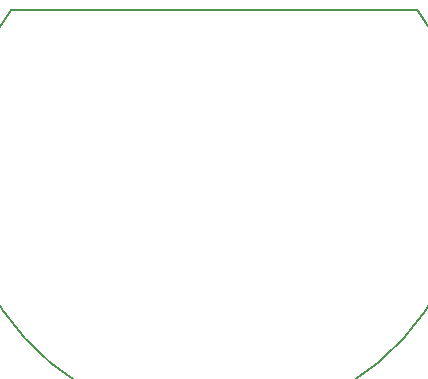
<source format=gbr>
G04 #@! TF.GenerationSoftware,KiCad,Pcbnew,no-vcs-found-33e0758~58~ubuntu16.04.1*
G04 #@! TF.CreationDate,2018-05-09T13:31:26+02:00*
G04 #@! TF.ProjectId,dropbuzzer,64726F7062757A7A65722E6B69636164,rev?*
G04 #@! TF.FileFunction,Profile,NP*
%FSLAX46Y46*%
G04 Gerber Fmt 4.6, Leading zero omitted, Abs format (unit mm)*
G04 Created by KiCad (PCBNEW no-vcs-found-33e0758~58~ubuntu16.04.1) date Wed May  9 13:31:26 2018*
%MOMM*%
%LPD*%
G01*
G04 APERTURE LIST*
%ADD10C,0.100000*%
%ADD11C,0.150000*%
G04 APERTURE END LIST*
D10*
D11*
X136400000Y-68800000D02*
X136400000Y-68800000D01*
X102000000Y-68800000D02*
X136400000Y-68800000D01*
X136399999Y-68800001D02*
G75*
G02X102000001Y-68800001I-17199999J-13199999D01*
G01*
M02*

</source>
